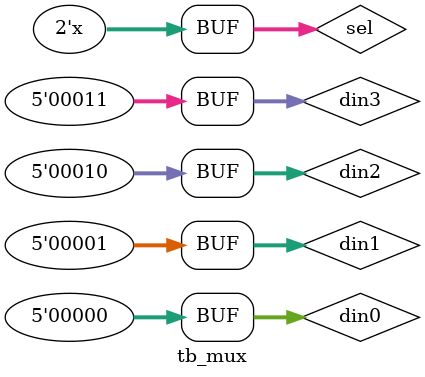
<source format=v>
module tb_mux(

);
    reg [1:0] sel;
    reg [4:0] din0, din1, din2, din3;
    wire [4:0] dout;
    MUX_4_1 u_MUX_4_1(
    	.sel  (sel  ),
        .din0 (din0 ),
        .din1 (din1 ),
        .din2 (din2 ),
        .din3 (din3 ),
        .dout (dout )
    );

    initial begin
        sel = 0;
        din0 = 0;
        din1 = 1;
        din2 = 2;
        din3 = 3;
    end

    always #10
        sel = sel + 1;
    
endmodule
</source>
